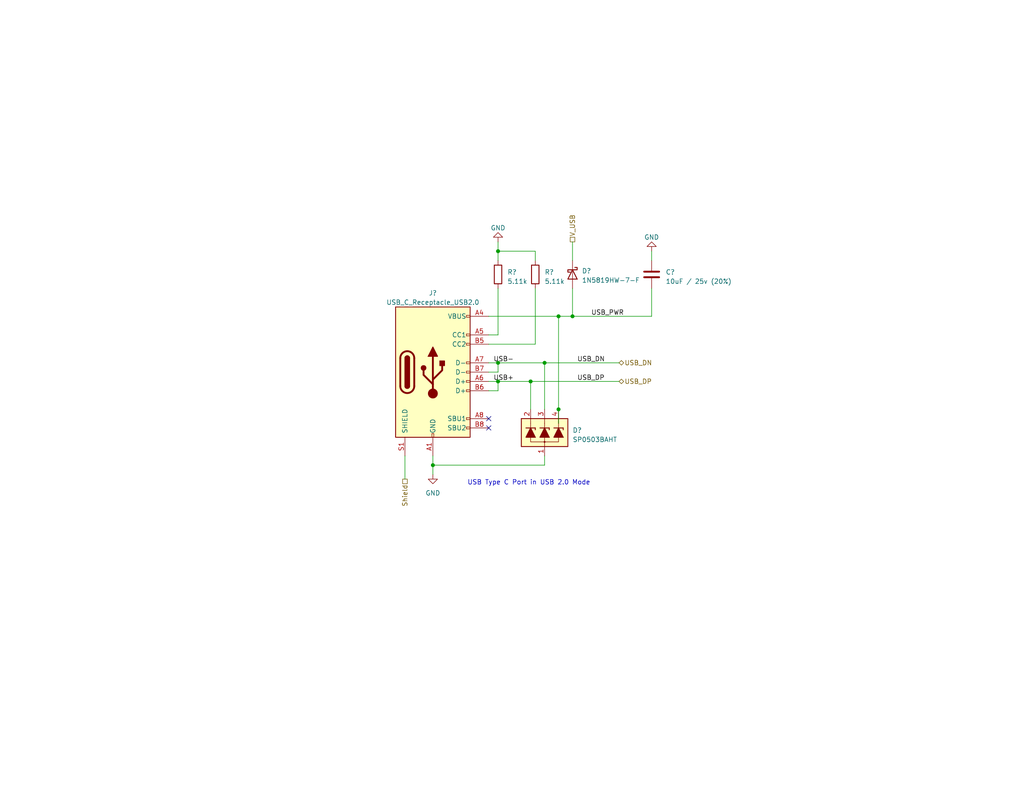
<source format=kicad_sch>
(kicad_sch (version 20250114) (generator "eeschema") (generator_version "9.0")
  (paper "USLetter")
  (title_block (title "USB C Port (2.0 Mode)") (date "2025-08-21") (rev "4") (company "FireLabs") (comment 1 "Adaléa Reed"))
  (lib_symbols
    (symbol "Connector:USB_C_Receptacle_USB2.0" (pin_names (offset 1.016))
      (property "Reference" "J" (at -10.16 19.05 0))
      (property "Value" "USB_C_Receptacle_USB2.0" (at 19.05 19.05 0))
      (symbol "USB_C_Receptacle_USB2.0_0_0"
        (rectangle (start -0.254 -17.78) (end 0.254 -16.764))
        (rectangle (start 10.16 15.494) (end 9.144 14.986))
        (rectangle (start 10.16 10.414) (end 9.144 9.906))
        (rectangle (start 10.16 7.874) (end 9.144 7.366))
        (rectangle (start 10.16 2.794) (end 9.144 2.286))
        (rectangle (start 10.16 0.254) (end 9.144 -0.254))
        (rectangle (start 10.16 -2.286) (end 9.144 -2.794))
        (rectangle (start 10.16 -4.826) (end 9.144 -5.334))
        (rectangle (start 10.16 -12.446) (end 9.144 -12.954))
        (rectangle (start 10.16 -14.986) (end 9.144 -15.494))
      )
      (symbol "USB_C_Receptacle_USB2.0_0_1"
        (rectangle (start -10.16 17.78) (end 10.16 -17.78) (stroke (width 0.254)) (fill (type background)))
        (polyline (pts (xy -8.89 -3.81) (xy -8.89 3.81)) (stroke (width 0.508)))
        (rectangle (start -7.62 -3.81) (end -6.35 3.81) (stroke (width 0.254)) (fill (type outline)))
        (arc (start -7.62 3.81) (mid -6.985 4.4423) (end -6.35 3.81) (stroke (width 0.254)))
        (arc (start -7.62 3.81) (mid -6.985 4.4423) (end -6.35 3.81) (stroke (width 0.254)) (fill (type outline)))
        (arc (start -8.89 3.81) (mid -6.985 5.7067) (end -5.08 3.81) (stroke (width 0.508)))
        (arc (start -5.08 -3.81) (mid -6.985 -5.7067) (end -8.89 -3.81) (stroke (width 0.508)))
        (arc (start -6.35 -3.81) (mid -6.985 -4.4423) (end -7.62 -3.81) (stroke (width 0.254)))
        (arc (start -6.35 -3.81) (mid -6.985 -4.4423) (end -7.62 -3.81) (stroke (width 0.254)) (fill (type outline)))
        (polyline (pts (xy -5.08 3.81) (xy -5.08 -3.81)) (stroke (width 0.508)))
        (circle (center -2.54 1.143) (radius 0.635) (stroke (width 0.254)) (fill (type outline)))
        (polyline (pts (xy -1.27 4.318) (xy 0 6.858) (xy 1.27 4.318) (xy -1.27 4.318)) (stroke (width 0.254)) (fill (type outline)))
        (polyline (pts (xy 0 -2.032) (xy 2.54 0.508) (xy 2.54 1.778)) (stroke (width 0.508)))
        (polyline (pts (xy 0 -3.302) (xy -2.54 -0.762) (xy -2.54 0.508)) (stroke (width 0.508)))
        (polyline (pts (xy 0 -5.842) (xy 0 4.318)) (stroke (width 0.508)))
        (circle (center 0 -5.842) (radius 1.27) (fill (type outline)))
        (rectangle (start 1.905 1.778) (end 3.175 3.048) (stroke (width 0.254)) (fill (type outline)))
      )
      (symbol "USB_C_Receptacle_USB2.0_1_1"
        (pin passive line (at -7.62 -22.86 90) (length 5.08) (name "SHIELD") (number "S1"))
        (pin passive line (at 0 -22.86 90) (length 5.08) (name "GND") (number "A1"))
        (pin passive line (at 0 -22.86 90) (length 5.08) (hide yes) (name "GND") (number "A12"))
        (pin passive line (at 0 -22.86 90) (length 5.08) (hide yes) (name "GND") (number "B1"))
        (pin passive line (at 0 -22.86 90) (length 5.08) (hide yes) (name "GND") (number "B12"))
        (pin passive line (at 15.24 15.24 180) (length 5.08) (name "VBUS") (number "A4"))
        (pin passive line (at 15.24 15.24 180) (length 5.08) (hide yes) (name "VBUS") (number "A9"))
        (pin passive line (at 15.24 15.24 180) (length 5.08) (hide yes) (name "VBUS") (number "B4"))
        (pin passive line (at 15.24 15.24 180) (length 5.08) (hide yes) (name "VBUS") (number "B9"))
        (pin bidirectional line (at 15.24 10.16 180) (length 5.08) (name "CC1") (number "A5"))
        (pin bidirectional line (at 15.24 7.62 180) (length 5.08) (name "CC2") (number "B5"))
        (pin bidirectional line (at 15.24 2.54 180) (length 5.08) (name "D-") (number "A7"))
        (pin bidirectional line (at 15.24 0 180) (length 5.08) (name "D-") (number "B7"))
        (pin bidirectional line (at 15.24 -2.54 180) (length 5.08) (name "D+") (number "A6"))
        (pin bidirectional line (at 15.24 -5.08 180) (length 5.08) (name "D+") (number "B6"))
        (pin bidirectional line (at 15.24 -12.7 180) (length 5.08) (name "SBU1") (number "A8"))
        (pin bidirectional line (at 15.24 -15.24 180) (length 5.08) (name "SBU2") (number "B8"))
      )
    )
    (symbol "Device:C" (pin_numbers (hide yes)) (pin_names (offset 0.254))
      (property "Reference" "C" (at 0.635 2.54 0))
      (property "Value" "C" (at 0.635 -2.54 0))
      (symbol "C_0_1"
        (polyline (pts (xy -2.032 0.762) (xy 2.032 0.762)) (stroke (width 0.508)))
        (polyline (pts (xy -2.032 -0.762) (xy 2.032 -0.762)) (stroke (width 0.508)))
      )
      (symbol "C_1_1"
        (pin passive line (at 0 3.81 270) (length 2.794) (name "~") (number "1"))
        (pin passive line (at 0 -3.81 90) (length 2.794) (name "~") (number "2"))
      )
    )
    (symbol "Device:R" (pin_numbers (hide yes)) (pin_names (offset 0))
      (property "Reference" "R" (at 2.032 0 90))
      (property "Value" "R" (at 0 0 90))
      (symbol "R_0_1"
        (rectangle (start -1.016 -2.54) (end 1.016 2.54) (stroke (width 0.254)))
      )
      (symbol "R_1_1"
        (pin passive line (at 0 3.81 270) (length 1.27) (name "~") (number "1"))
        (pin passive line (at 0 -3.81 90) (length 1.27) (name "~") (number "2"))
      )
    )
    (symbol "Diode:1N5819" (pin_numbers (hide yes)) (pin_names (offset 1.016) (hide yes))
      (property "Reference" "D" (at 0 2.54 0))
      (property "Value" "1N5819" (at 0 -2.54 0))
      (symbol "1N5819_0_1"
        (polyline (pts (xy -1.905 0.635) (xy -1.905 1.27) (xy -1.27 1.27) (xy -1.27 -1.27) (xy -0.635 -1.27) (xy -0.635 -0.635)) (stroke (width 0.254)))
        (polyline (pts (xy 1.27 1.27) (xy 1.27 -1.27) (xy -1.27 0) (xy 1.27 1.27)) (stroke (width 0.254)))
        (polyline (pts (xy 1.27 0) (xy -1.27 0)))
      )
      (symbol "1N5819_1_1"
        (pin passive line (at -3.81 0 0) (length 2.54) (name "K") (number "1"))
        (pin passive line (at 3.81 0 180) (length 2.54) (name "A") (number "2"))
      )
    )
    (symbol "PCM_Diode_TVS_AKL:SP0503BAHT" (pin_names (offset 1.016) (hide yes))
      (property "Reference" "D" (at 7.62 1.27 0))
      (property "Value" "SP0503BAHT" (at 7.62 -1.27 0))
      (symbol "SP0503BAHT_0_1"
        (rectangle (start -6.35 3.81) (end 6.35 -3.81) (stroke (width 0.254)) (fill (type background)))
        (polyline (pts (xy -3.81 2.54) (xy -3.81 3.81)))
        (polyline (pts (xy -3.81 1.27) (xy -3.81 2.54)))
        (polyline (pts (xy -3.81 -1.27) (xy -3.81 -2.54) (xy 3.81 -2.54) (xy 3.81 -1.27)) (stroke (width 0.1524)))
        (polyline (pts (xy 0 2.54) (xy 0 3.81)))
        (polyline (pts (xy 0 1.27) (xy 0 2.54)))
        (polyline (pts (xy 0 -2.54) (xy 0 -1.27)))
        (circle (center 0 -2.54) (radius 0.1778) (fill (type outline)))
        (polyline (pts (xy 0 -3.81) (xy 0 -2.54)))
        (polyline (pts (xy 3.81 2.54) (xy 3.81 3.81)))
        (polyline (pts (xy 3.81 1.27) (xy 3.81 2.54)))
      )
      (symbol "SP0503BAHT_1_1"
        (polyline (pts (xy -5.08 1.27) (xy -2.54 1.27)) (stroke (width 0.254)))
        (polyline (pts (xy -3.81 -1.27) (xy -3.81 1.27)))
        (polyline (pts (xy -2.54 1.27) (xy -2.54 0.762)) (stroke (width 0.254)))
        (polyline (pts (xy -2.54 -1.27) (xy -5.08 -1.27) (xy -3.81 1.27) (xy -2.54 -1.27)) (stroke (width 0.254)) (fill (type outline)))
        (polyline (pts (xy -1.27 1.27) (xy 1.27 1.27)) (stroke (width 0.254)))
        (polyline (pts (xy 0 -1.27) (xy 0 1.27)))
        (polyline (pts (xy 1.27 1.27) (xy 1.27 0.762)) (stroke (width 0.254)))
        (polyline (pts (xy 1.27 -1.27) (xy -1.27 -1.27) (xy 0 1.27) (xy 1.27 -1.27)) (stroke (width 0.254)) (fill (type outline)))
        (polyline (pts (xy 2.54 1.27) (xy 5.08 1.27)) (stroke (width 0.254)))
        (polyline (pts (xy 3.81 -1.27) (xy 3.81 1.27)))
        (polyline (pts (xy 5.08 1.27) (xy 5.08 0.762)) (stroke (width 0.254)))
        (polyline (pts (xy 5.08 -1.27) (xy 2.54 -1.27) (xy 3.81 1.27) (xy 5.08 -1.27)) (stroke (width 0.254)) (fill (type outline)))
        (pin passive line (at -3.81 6.35 270) (length 2.54) (name "L1") (number "2"))
        (pin passive line (at 0 6.35 270) (length 2.54) (name "L2") (number "3"))
        (pin passive line (at 0 -6.35 90) (length 2.54) (name "VN") (number "1"))
        (pin passive line (at 3.81 6.35 270) (length 2.54) (name "L3") (number "4"))
      )
    )
    (symbol "power:GND" (power) (pin_names (offset 0))
      (property "Value" "GND" (at 0 -3.81 0))
      (symbol "GND_0_1"
        (polyline (pts (xy 0 0) (xy 0 -1.27) (xy 1.27 -1.27) (xy 0 -2.54) (xy -1.27 -1.27) (xy 0 -1.27)))
      )
      (symbol "GND_1_1"
        (pin power_in line (at 0 0 270) (length 0) (hide yes) (name "GND") (number "1"))
      )
    )
  )
  (text "USB Type C Port in USB 2.0 Mode" (at 127.508 132.588 0) (effects (font (size 1.27 1.27)) (justify left bottom)))
  (junction (at 152.4 86.36))
  (junction (at 148.59 99.06))
  (junction (at 135.89 99.06))
  (junction (at 156.21 86.36))
  (junction (at 135.89 68.58))
  (junction (at 135.89 104.14))
  (junction (at 152.4 111.76))
  (junction (at 118.11 127))
  (junction (at 144.78 104.14))
  (no_connect (at 133.35 114.3))
  (no_connect (at 133.35 116.84))
  (wire (pts (xy 148.59 99.06) (xy 168.91 99.06)))
  (wire (pts (xy 133.35 101.6) (xy 135.89 101.6)))
  (wire (pts (xy 133.35 93.98) (xy 146.05 93.98)))
  (wire (pts (xy 152.4 115.57) (xy 152.4 111.76)))
  (wire (pts (xy 135.89 104.14) (xy 144.78 104.14)))
  (wire (pts (xy 135.89 101.6) (xy 135.89 99.06)))
  (wire (pts (xy 118.11 127) (xy 148.59 127)))
  (wire (pts (xy 133.35 99.06) (xy 135.89 99.06)))
  (wire (pts (xy 152.4 86.36) (xy 152.4 111.76)))
  (wire (pts (xy 133.35 104.14) (xy 135.89 104.14)))
  (wire (pts (xy 118.11 124.46) (xy 118.11 127)))
  (wire (pts (xy 146.05 68.58) (xy 135.89 68.58)))
  (wire (pts (xy 152.4 86.36) (xy 156.21 86.36)))
  (wire (pts (xy 110.49 124.46) (xy 110.49 130.81)))
  (wire (pts (xy 118.11 127) (xy 118.11 129.54)))
  (wire (pts (xy 177.8 68.58) (xy 177.8 71.12)))
  (wire (pts (xy 156.21 66.04) (xy 156.21 71.12)))
  (wire (pts (xy 133.35 86.36) (xy 152.4 86.36)))
  (wire (pts (xy 148.59 99.06) (xy 148.59 111.76)))
  (wire (pts (xy 135.89 78.74) (xy 135.89 91.44)))
  (wire (pts (xy 144.78 104.14) (xy 168.91 104.14)))
  (wire (pts (xy 135.89 66.04) (xy 135.89 68.58)))
  (wire (pts (xy 135.89 99.06) (xy 148.59 99.06)))
  (wire (pts (xy 148.59 124.46) (xy 148.59 127)))
  (wire (pts (xy 144.78 104.14) (xy 144.78 111.76)))
  (wire (pts (xy 135.89 106.68) (xy 135.89 104.14)))
  (wire (pts (xy 177.8 78.74) (xy 177.8 86.36)))
  (wire (pts (xy 146.05 78.74) (xy 146.05 93.98)))
  (wire (pts (xy 135.89 68.58) (xy 135.89 71.12)))
  (wire (pts (xy 146.05 71.12) (xy 146.05 68.58)))
  (wire (pts (xy 133.35 106.68) (xy 135.89 106.68)))
  (wire (pts (xy 133.35 91.44) (xy 135.89 91.44)))
  (wire (pts (xy 156.21 86.36) (xy 177.8 86.36)))
  (wire (pts (xy 156.21 78.74) (xy 156.21 86.36)))
  (label "USB+" (at 134.62 104.14 0))
  (label "USB_PWR" (at 161.29 86.36 0))
  (label "USB-" (at 134.62 99.06 0))
  (label "USB_DN" (at 157.48 99.06 0))
  (label "USB_DP" (at 157.48 104.14 0))
  (hierarchical_label "USB_DP" (shape bidirectional) (at 168.91 104.14 0))
  (hierarchical_label "V_USB" (shape passive) (at 156.21 66.04 90))
  (hierarchical_label "USB_DN" (shape bidirectional) (at 168.91 99.06 0))
  (hierarchical_label "Shield" (shape passive) (at 110.49 130.81 270))
  (symbol (lib_id "Device:R") (at 135.89 74.93 0) (unit 1)
    (property "Reference" "R?" (at 138.43 74.295 0) (effects (justify left)))
    (property "Value" "5.11k" (at 138.43 76.835 0) (effects (justify left)))
    (property "Footprint" "PCM_Resistor_SMD_AKL:R_0603_1608Metric" (effects (hide yes)))
    (property "Datasheet" "https://www.seielect.com/Catalog/SEI-RMCF_RMCP.pdf" (effects (hide yes)))
    (property "DigiKey" "RMCF0603JT5K10CT-ND" (effects (hide yes)))
  )
  (symbol (lib_id "Device:C") (at 177.8 74.93 180) (unit 1)
    (property "Reference" "C?" (at 181.61 74.295 0) (effects (justify right)))
    (property "Value" "10uF / 25v (20%)" (at 181.61 76.835 0) (effects (justify right)))
    (property "Footprint" "Capacitor_SMD:C_0603_1608Metric" (effects (hide yes)))
    (property "Datasheet" "https://media.digikey.com/pdf/Data%20Sheets/Samsung%20PDFs/CL10A106MA8NRNC_Spec.pdf" (effects (hide yes)))
    (property "DigiKey" "1276-1869-1-ND" (effects (hide yes)))
  )
  (symbol (lib_id "Diode:1N5819") (at 156.21 74.93 270) (unit 1)
    (property "Reference" "D?" (at 158.75 73.9775 90) (effects (justify left)))
    (property "Value" "1N5819HW-7-F" (at 158.75 76.5175 90) (effects (justify left)))
    (property "Footprint" "Diode_SMD:D_SOD-123" (effects (hide yes)))
    (property "Datasheet" "https://www.diodes.com/assets/Datasheets/ds30217.pdf" (effects (hide yes)))
    (property "DigiKey" "1N5819HW-FDICT-ND" (effects (hide yes)))
  )
  (symbol (lib_id "power:GND") (at 118.11 129.54 0) (unit 1)
    (property "Reference" "#PWR?" (effects (hide yes)))
    (property "Value" "GND" (at 118.11 134.62 0))
  )
  (symbol (lib_id "Device:R") (at 146.05 74.93 0) (unit 1)
    (property "Reference" "R?" (at 148.59 74.295 0) (effects (justify left)))
    (property "Value" "5.11k" (at 148.59 76.835 0) (effects (justify left)))
    (property "Footprint" "PCM_Resistor_SMD_AKL:R_0603_1608Metric" (effects (hide yes)))
    (property "Datasheet" "https://www.seielect.com/Catalog/SEI-RMCF_RMCP.pdf" (effects (hide yes)))
    (property "DigiKey" "RMCF0603JT5K10CT-ND" (effects (hide yes)))
  )
  (symbol (lib_id "PCM_Diode_TVS_AKL:SP0503BAHT") (at 148.59 118.11 0) (unit 1)
    (property "Reference" "D?" (at 156.21 117.475 0) (effects (justify left)))
    (property "Value" "SP0503BAHT" (at 156.21 120.015 0) (effects (justify left)))
    (property "Footprint" "Package_TO_SOT_SMD:SOT-143" (effects (hide yes)))
    (property "Datasheet" "https://www.tme.eu/Document/ca7ed7e840192927c2f50631891ac6c9/SP05xxBA.pdf" (effects (hide yes)))
  )
  (symbol (lib_id "power:GND") (at 135.89 66.04 180) (unit 1)
    (property "Reference" "#PWR?" (effects (hide yes)))
    (property "Value" "GND" (at 135.89 62.23 0))
  )
  (symbol (lib_id "Connector:USB_C_Receptacle_USB2.0") (at 118.11 101.6 0) (unit 1)
    (property "Reference" "J?" (at 118.11 80.01 0))
    (property "Value" "USB_C_Receptacle_USB2.0" (at 118.11 82.55 0))
    (property "Footprint" "Connector_USB:USB_C_Receptacle_GCT_USB4105-xx-A_16P_TopMnt_Horizontal" (effects (hide yes)))
    (property "Datasheet" "https://www.usb.org/sites/default/files/documents/usb_type-c.zip" (effects (hide yes)))
    (property "DigiKey" "2073-USB4105-GF-ACT-ND" (effects (hide yes)))
  )
  (symbol (lib_id "power:GND") (at 177.8 68.58 180) (unit 1)
    (property "Reference" "#PWR?" (effects (hide yes)))
    (property "Value" "GND" (at 177.8 64.77 0))
  )
)
</source>
